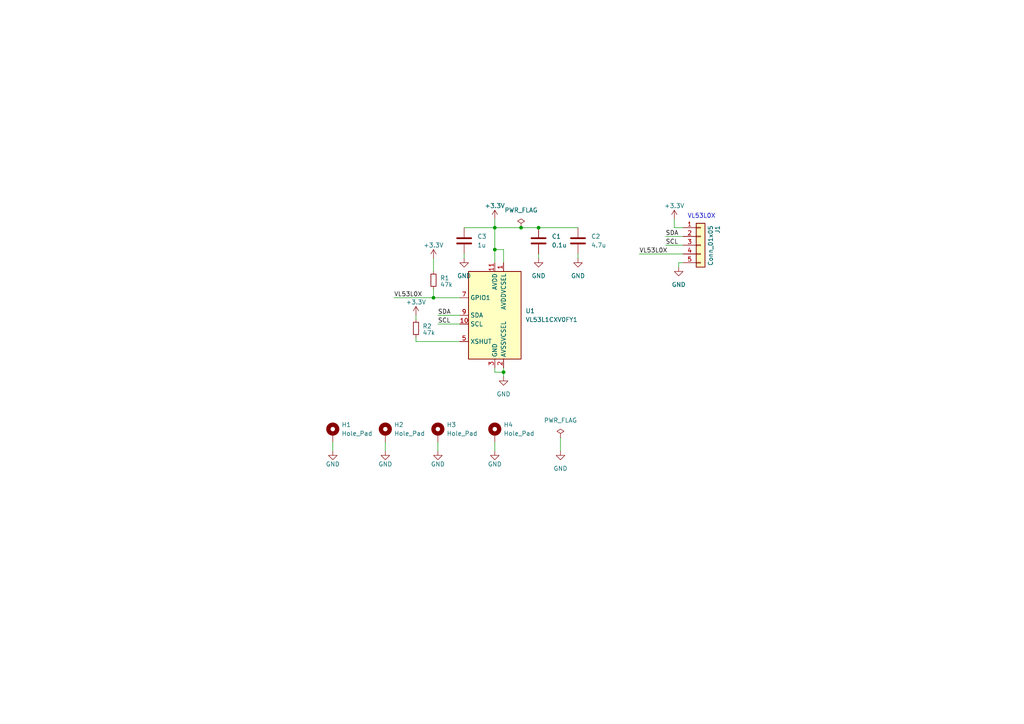
<source format=kicad_sch>
(kicad_sch (version 20230121) (generator eeschema)
  (paper "A4")
  (title_block (title "VL53L0X ToF Sensor with I2C") (date "2024-02-09") (rev "1.0") (company "Made by ElectroHugin"))
  (lib_symbols
    (symbol "Connector_Generic:Conn_01x05" (pin_names (offset 1.016) hide)
      (property "Reference" "J" (at 0 7.62 0))
      (property "Value" "Conn_01x05" (at 0 -7.62 0))
      (symbol "Conn_01x05_1_1"
        (rectangle (start -1.27 -4.953) (end 0 -5.207) (stroke (width 0.1524)))
        (rectangle (start -1.27 -2.413) (end 0 -2.667) (stroke (width 0.1524)))
        (rectangle (start -1.27 0.127) (end 0 -0.127) (stroke (width 0.1524)))
        (rectangle (start -1.27 2.667) (end 0 2.413) (stroke (width 0.1524)))
        (rectangle (start -1.27 5.207) (end 0 4.953) (stroke (width 0.1524)))
        (rectangle (start -1.27 6.35) (end 1.27 -6.35) (stroke (width 0.254)) (fill (type background)))
        (pin passive line (at -5.08 5.08 0) (length 3.81) (name "Pin_1") (number "1"))
        (pin passive line (at -5.08 2.54 0) (length 3.81) (name "Pin_2") (number "2"))
        (pin passive line (at -5.08 0 0) (length 3.81) (name "Pin_3") (number "3"))
        (pin passive line (at -5.08 -2.54 0) (length 3.81) (name "Pin_4") (number "4"))
        (pin passive line (at -5.08 -5.08 0) (length 3.81) (name "Pin_5") (number "5"))
      )
    )
    (symbol "Device:C" (pin_numbers hide) (pin_names (offset 0.254))
      (property "Reference" "C" (at 0.635 2.54 0))
      (property "Value" "C" (at 0.635 -2.54 0))
      (symbol "C_0_1"
        (polyline (pts (xy -2.032 -0.762) (xy 2.032 -0.762)) (stroke (width 0.508)))
        (polyline (pts (xy -2.032 0.762) (xy 2.032 0.762)) (stroke (width 0.508)))
      )
      (symbol "C_1_1"
        (pin passive line (at 0 3.81 270) (length 2.794) (name "~") (number "1"))
        (pin passive line (at 0 -3.81 90) (length 2.794) (name "~") (number "2"))
      )
    )
    (symbol "Device:R_Small" (pin_numbers hide) (pin_names (offset 0.254) hide)
      (property "Reference" "R" (at 0.762 0.508 0))
      (property "Value" "R_Small" (at 0.762 -1.016 0))
      (symbol "R_Small_0_1"
        (rectangle (start -0.762 1.778) (end 0.762 -1.778) (stroke (width 0.2032)))
      )
      (symbol "R_Small_1_1"
        (pin passive line (at 0 2.54 270) (length 0.762) (name "~") (number "1"))
        (pin passive line (at 0 -2.54 90) (length 0.762) (name "~") (number "2"))
      )
    )
    (symbol "Mechanical:MountingHole_Pad" (pin_numbers hide) (pin_names (offset 1.016) hide)
      (property "Reference" "H" (at 0 6.35 0))
      (property "Value" "MountingHole_Pad" (at 0 4.445 0))
      (symbol "MountingHole_Pad_0_1"
        (circle (center 0 1.27) (radius 1.27) (stroke (width 1.27)))
      )
      (symbol "MountingHole_Pad_1_1"
        (pin input line (at 0 -2.54 90) (length 2.54) (name "1") (number "1"))
      )
    )
    (symbol "Sensor_Distance:VL53L1CXV0FY1"
      (property "Reference" "U" (at -6.35 13.97 0))
      (property "Value" "VL53L1CXV0FY1" (at 12.065 13.97 0))
      (symbol "VL53L1CXV0FY1_0_1"
        (rectangle (start -7.62 12.7) (end 7.62 -12.7) (stroke (width 0.254)) (fill (type background)))
      )
      (symbol "VL53L1CXV0FY1_1_1"
        (pin power_in line (at 2.54 15.24 270) (length 2.54) (name "AVDDVCSEL") (number "1"))
        (pin input line (at -10.16 -2.54 0) (length 2.54) (name "SCL") (number "10"))
        (pin power_in line (at 0 15.24 270) (length 2.54) (name "AVDD") (number "11"))
        (pin passive line (at 0 -15.24 90) (length 2.54) hide (name "GND") (number "12"))
        (pin power_in line (at 2.54 -15.24 90) (length 2.54) (name "AVSSVCSEL") (number "2"))
        (pin power_in line (at 0 -15.24 90) (length 2.54) (name "GND") (number "3"))
        (pin passive line (at 0 -15.24 90) (length 2.54) hide (name "GND") (number "4"))
        (pin input line (at -10.16 -7.62 0) (length 2.54) (name "XSHUT") (number "5"))
        (pin passive line (at 0 -15.24 90) (length 2.54) hide (name "GND") (number "6"))
        (pin open_collector line (at -10.16 5.08 0) (length 2.54) (name "GPIO1") (number "7"))
        (pin no_connect line (at -7.62 7.62 0) (length 2.54) hide (name "DNC") (number "8"))
        (pin bidirectional line (at -10.16 0 0) (length 2.54) (name "SDA") (number "9"))
      )
    )
    (symbol "power:+3.3V" (power) (pin_names (offset 0))
      (property "Value" "+3.3V" (at 0 3.556 0))
      (symbol "+3.3V_0_1"
        (polyline (pts (xy -0.762 1.27) (xy 0 2.54)))
        (polyline (pts (xy 0 0) (xy 0 2.54)))
        (polyline (pts (xy 0 2.54) (xy 0.762 1.27)))
      )
      (symbol "+3.3V_1_1"
        (pin power_in line (at 0 0 90) (length 0) hide (name "+3.3V") (number "1"))
      )
    )
    (symbol "power:GND" (power) (pin_names (offset 0))
      (property "Value" "GND" (at 0 -3.81 0))
      (symbol "GND_0_1"
        (polyline (pts (xy 0 0) (xy 0 -1.27) (xy 1.27 -1.27) (xy 0 -2.54) (xy -1.27 -1.27) (xy 0 -1.27)))
      )
      (symbol "GND_1_1"
        (pin power_in line (at 0 0 270) (length 0) hide (name "GND") (number "1"))
      )
    )
    (symbol "power:PWR_FLAG" (power) (pin_numbers hide) (pin_names (offset 0) hide)
      (property "Value" "PWR_FLAG" (at 0 3.81 0))
      (symbol "PWR_FLAG_0_0"
        (pin power_out line (at 0 0 90) (length 0) (name "pwr") (number "1"))
      )
      (symbol "PWR_FLAG_0_1"
        (polyline (pts (xy 0 0) (xy 0 1.27) (xy -1.016 1.905) (xy 0 2.54) (xy 1.016 1.905) (xy 0 1.27)))
      )
    )
  )
  (junction (at 151.13 66.04))
  (junction (at 156.21 66.04))
  (junction (at 125.73 86.36))
  (junction (at 146.05 107.95))
  (junction (at 143.51 66.04))
  (junction (at 143.51 72.39))
  (wire (pts (xy 162.56 127) (xy 162.56 130.81)))
  (wire (pts (xy 120.65 99.06) (xy 133.35 99.06)))
  (wire (pts (xy 146.05 107.95) (xy 146.05 109.22)))
  (wire (pts (xy 111.76 128.27) (xy 111.76 130.81)))
  (wire (pts (xy 133.35 86.36) (xy 125.73 86.36)))
  (wire (pts (xy 127 91.44) (xy 133.35 91.44)))
  (wire (pts (xy 193.04 71.12) (xy 198.12 71.12)))
  (wire (pts (xy 198.12 76.2) (xy 196.85 76.2)))
  (wire (pts (xy 143.51 66.04) (xy 143.51 72.39)))
  (wire (pts (xy 185.42 73.66) (xy 198.12 73.66)))
  (wire (pts (xy 143.51 106.68) (xy 143.51 107.95)))
  (wire (pts (xy 143.51 66.04) (xy 151.13 66.04)))
  (wire (pts (xy 193.04 68.58) (xy 198.12 68.58)))
  (wire (pts (xy 120.65 97.79) (xy 120.65 99.06)))
  (wire (pts (xy 114.3 86.36) (xy 125.73 86.36)))
  (wire (pts (xy 96.52 128.27) (xy 96.52 130.81)))
  (wire (pts (xy 146.05 106.68) (xy 146.05 107.95)))
  (wire (pts (xy 120.65 91.44) (xy 120.65 92.71)))
  (wire (pts (xy 156.21 66.04) (xy 151.13 66.04)))
  (wire (pts (xy 127 93.98) (xy 133.35 93.98)))
  (wire (pts (xy 134.62 66.04) (xy 143.51 66.04)))
  (wire (pts (xy 195.58 66.04) (xy 198.12 66.04)))
  (wire (pts (xy 127 128.27) (xy 127 130.81)))
  (wire (pts (xy 143.51 72.39) (xy 143.51 76.2)))
  (wire (pts (xy 156.21 66.04) (xy 167.64 66.04)))
  (wire (pts (xy 146.05 72.39) (xy 146.05 76.2)))
  (wire (pts (xy 195.58 63.5) (xy 195.58 66.04)))
  (wire (pts (xy 143.51 72.39) (xy 146.05 72.39)))
  (wire (pts (xy 143.51 128.27) (xy 143.51 130.81)))
  (wire (pts (xy 196.85 76.2) (xy 196.85 77.47)))
  (wire (pts (xy 143.51 63.5) (xy 143.51 66.04)))
  (wire (pts (xy 156.21 73.66) (xy 156.21 74.93)))
  (wire (pts (xy 143.51 107.95) (xy 146.05 107.95)))
  (wire (pts (xy 134.62 73.66) (xy 134.62 74.93)))
  (wire (pts (xy 167.64 73.66) (xy 167.64 74.93)))
  (wire (pts (xy 125.73 83.82) (xy 125.73 86.36)))
  (wire (pts (xy 125.73 74.93) (xy 125.73 78.74)))
  (text "VL53L0X" (at 199.39 63.5 0) (effects (font (size 1.27 1.27)) (justify left bottom)))
  (label "SDA" (at 193.04 68.58 0))
  (label "SDA" (at 127 91.44 0))
  (label "SCL" (at 127 93.98 0))
  (label "SCL" (at 193.04 71.12 0))
  (label "VL53L0X" (at 114.3 86.36 0))
  (label "VL53L0X" (at 185.42 73.66 0))
  (symbol (lib_id "Mechanical:MountingHole_Pad") (at 143.51 125.73 0) (unit 1)
    (property "Reference" "H4" (at 146.05 123.19 0) (effects (justify left)))
    (property "Value" "Hole_Pad" (at 146.05 125.73 0) (effects (justify left)))
    (property "Footprint" "MountingHole:MountingHole_3.2mm_M3_Pad_Via" (effects hide))
  )
  (symbol (lib_id "power:GND") (at 143.51 130.81 0) (unit 1)
    (property "Reference" "#PWR011" (effects hide))
    (property "Value" "GND" (at 143.51 134.62 0))
  )
  (symbol (lib_id "power:+3.3V") (at 120.65 91.44 0) (unit 1)
    (property "Reference" "#PWR07" (effects hide))
    (property "Value" "+3.3V" (at 120.65 87.63 0))
  )
  (symbol (lib_id "power:GND") (at 146.05 109.22 0) (unit 1)
    (property "Reference" "#PWR05" (effects hide))
    (property "Value" "GND" (at 146.05 114.3 0))
  )
  (symbol (lib_id "Device:R_Small") (at 120.65 95.25 0) (unit 1)
    (property "Reference" "R2" (at 122.555 94.615 0) (effects (justify left)))
    (property "Value" "47k" (at 122.555 96.52 0) (effects (justify left)))
    (property "Footprint" "Resistor_THT:R_Axial_DIN0207_L6.3mm_D2.5mm_P10.16mm_Horizontal" (effects hide))
  )
  (symbol (lib_id "power:+3.3V") (at 143.51 63.5 0) (unit 1)
    (property "Reference" "#PWR04" (effects hide))
    (property "Value" "+3.3V" (at 143.51 59.69 0))
  )
  (symbol (lib_id "power:GND") (at 134.62 74.93 0) (unit 1)
    (property "Reference" "#PWR012" (effects hide))
    (property "Value" "GND" (at 134.62 80.01 0))
  )
  (symbol (lib_id "power:PWR_FLAG") (at 162.56 127 0) (unit 1)
    (property "Reference" "#FLG02" (effects hide))
    (property "Value" "PWR_FLAG" (at 162.56 121.92 0))
  )
  (symbol (lib_id "power:+3.3V") (at 125.73 74.93 0) (unit 1)
    (property "Reference" "#PWR06" (effects hide))
    (property "Value" "+3.3V" (at 125.73 71.12 0))
  )
  (symbol (lib_id "power:GND") (at 196.85 77.47 0) (unit 1)
    (property "Reference" "#PWR02" (effects hide))
    (property "Value" "GND" (at 196.85 82.55 0))
  )
  (symbol (lib_id "Mechanical:MountingHole_Pad") (at 127 125.73 0) (unit 1)
    (property "Reference" "H3" (at 129.54 123.19 0) (effects (justify left)))
    (property "Value" "Hole_Pad" (at 129.54 125.73 0) (effects (justify left)))
    (property "Footprint" "MountingHole:MountingHole_3.2mm_M3_Pad_Via" (effects hide))
  )
  (symbol (lib_id "Sensor_Distance:VL53L1CXV0FY1") (at 143.51 91.44 0) (unit 1)
    (property "Reference" "U1" (at 152.4 90.17 0) (effects (justify left)))
    (property "Value" "VL53L1CXV0FY1" (at 152.4 92.71 0) (effects (justify left)))
    (property "Footprint" "Sensor_Distance:ST_VL53L1x" (effects hide))
    (property "Datasheet" "https://www.st.com/resource/en/datasheet/vl53l1x.pdf" (effects hide))
  )
  (symbol (lib_id "Device:C") (at 156.21 69.85 0) (unit 1)
    (property "Reference" "C1" (at 160.02 68.58 0) (effects (justify left)))
    (property "Value" "0.1u" (at 160.02 71.12 0) (effects (justify left)))
    (property "Footprint" "Capacitor_THT:C_Disc_D5.0mm_W2.5mm_P5.00mm" (effects hide))
  )
  (symbol (lib_id "Connector_Generic:Conn_01x05") (at 203.2 71.12 0) (unit 1)
    (property "Reference" "J1" (at 208.0973 66.5609 90))
    (property "Value" "Conn_01x05" (at 206.1016 71.2459 90))
    (property "Footprint" "Connector_JST:JST_XH_B5B-XH-AM_1x05_P2.50mm_Vertical" (effects hide))
  )
  (symbol (lib_id "power:GND") (at 127 130.81 0) (unit 1)
    (property "Reference" "#PWR010" (effects hide))
    (property "Value" "GND" (at 127 134.62 0))
  )
  (symbol (lib_id "Mechanical:MountingHole_Pad") (at 96.52 125.73 0) (unit 1)
    (property "Reference" "H1" (at 99.06 123.19 0) (effects (justify left)))
    (property "Value" "Hole_Pad" (at 99.06 125.73 0) (effects (justify left)))
    (property "Footprint" "MountingHole:MountingHole_3.2mm_M3_Pad_Via" (effects hide))
  )
  (symbol (lib_id "power:GND") (at 96.52 130.81 0) (unit 1)
    (property "Reference" "#PWR08" (effects hide))
    (property "Value" "GND" (at 96.52 134.62 0))
  )
  (symbol (lib_id "Device:R_Small") (at 125.73 81.28 0) (unit 1)
    (property "Reference" "R1" (at 127.635 80.645 0) (effects (justify left)))
    (property "Value" "47k" (at 127.635 82.55 0) (effects (justify left)))
    (property "Footprint" "Resistor_THT:R_Axial_DIN0207_L6.3mm_D2.5mm_P10.16mm_Horizontal" (effects hide))
  )
  (symbol (lib_id "Device:C") (at 167.64 69.85 0) (unit 1)
    (property "Reference" "C2" (at 171.45 68.58 0) (effects (justify left)))
    (property "Value" "4.7u" (at 171.45 71.12 0) (effects (justify left)))
    (property "Footprint" "Capacitor_THT:C_Disc_D5.0mm_W2.5mm_P5.00mm" (effects hide))
  )
  (symbol (lib_id "power:GND") (at 111.76 130.81 0) (unit 1)
    (property "Reference" "#PWR09" (effects hide))
    (property "Value" "GND" (at 111.76 134.62 0))
  )
  (symbol (lib_id "Mechanical:MountingHole_Pad") (at 111.76 125.73 0) (unit 1)
    (property "Reference" "H2" (at 114.3 123.19 0) (effects (justify left)))
    (property "Value" "Hole_Pad" (at 114.3 125.73 0) (effects (justify left)))
    (property "Footprint" "MountingHole:MountingHole_3.2mm_M3_Pad_Via" (effects hide))
  )
  (symbol (lib_id "power:+3.3V") (at 195.58 63.5 0) (unit 1)
    (property "Reference" "#PWR01" (effects hide))
    (property "Value" "+3.3V" (at 195.58 59.69 0))
  )
  (symbol (lib_id "power:GND") (at 156.21 74.93 0) (unit 1)
    (property "Reference" "#PWR013" (effects hide))
    (property "Value" "GND" (at 156.21 80.01 0))
  )
  (symbol (lib_id "power:PWR_FLAG") (at 151.13 66.04 0) (unit 1)
    (property "Reference" "#FLG01" (effects hide))
    (property "Value" "PWR_FLAG" (at 151.13 60.96 0))
  )
  (symbol (lib_id "power:GND") (at 162.56 130.81 0) (unit 1)
    (property "Reference" "#PWR03" (effects hide))
    (property "Value" "GND" (at 162.56 135.89 0))
  )
  (symbol (lib_id "power:GND") (at 167.64 74.93 0) (unit 1)
    (property "Reference" "#PWR014" (effects hide))
    (property "Value" "GND" (at 167.64 80.01 0))
  )
  (symbol (lib_id "Device:C") (at 134.62 69.85 0) (unit 1)
    (property "Reference" "C3" (at 138.43 68.58 0) (effects (justify left)))
    (property "Value" "1u" (at 138.43 71.12 0) (effects (justify left)))
    (property "Footprint" "Capacitor_THT:C_Disc_D5.0mm_W2.5mm_P5.00mm" (effects hide))
  )
)
</source>
